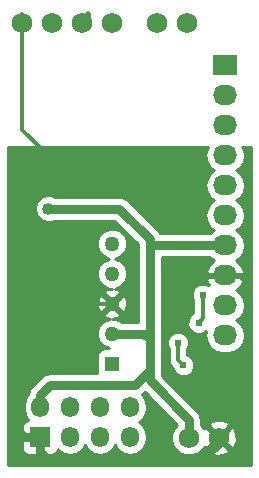
<source format=gbr>
G04 #@! TF.FileFunction,Copper,L2,Bot,Signal*
%FSLAX46Y46*%
G04 Gerber Fmt 4.6, Leading zero omitted, Abs format (unit mm)*
G04 Created by KiCad (PCBNEW 0.201411241846+5301~19~ubuntu14.04.1-product) date Tue Jun  9 07:58:50 2015*
%MOMM*%
G01*
G04 APERTURE LIST*
%ADD10C,0.100000*%
%ADD11C,1.727200*%
%ADD12R,2.032000X1.727200*%
%ADD13O,2.032000X1.727200*%
%ADD14R,1.270000X1.270000*%
%ADD15C,1.270000*%
%ADD16R,1.727200X1.727200*%
%ADD17O,1.524000X1.727200*%
%ADD18C,0.609600*%
%ADD19C,1.016000*%
%ADD20C,0.304800*%
%ADD21C,0.762000*%
%ADD22C,0.250000*%
%ADD23C,0.500000*%
%ADD24C,0.254000*%
G04 APERTURE END LIST*
D10*
D11*
X146970000Y-82100000D03*
X144430000Y-82100000D03*
X144270000Y-47000000D03*
X141730000Y-47000000D03*
D12*
X147500000Y-50570000D03*
D13*
X147500000Y-53110000D03*
X147500000Y-55650000D03*
X147500000Y-58190000D03*
X147500000Y-60730000D03*
X147500000Y-63270000D03*
X147500000Y-65810000D03*
X147500000Y-68350000D03*
X147500000Y-70890000D03*
X147500000Y-73430000D03*
D14*
X137922000Y-75819000D03*
D15*
X137922000Y-73279000D03*
X137922000Y-70739000D03*
X137922000Y-68199000D03*
X137922000Y-65659000D03*
D11*
X130340000Y-47000000D03*
X132880000Y-47000000D03*
X135420000Y-47000000D03*
X137960000Y-47000000D03*
D16*
X131826000Y-82042000D03*
D17*
X131826000Y-79502000D03*
X134366000Y-82042000D03*
X134366000Y-79502000D03*
X136906000Y-82042000D03*
X136906000Y-79502000D03*
X139446000Y-82042000D03*
X139446000Y-79502000D03*
D18*
X149250000Y-75650000D03*
D19*
X142550000Y-62800000D03*
X132550000Y-58250000D03*
X132541000Y-62700000D03*
D18*
X145600000Y-70000000D03*
X145250000Y-72350000D03*
X143500000Y-74050000D03*
X143950000Y-75950000D03*
D20*
X149250000Y-69000000D02*
X148600000Y-68350000D01*
X148600000Y-68350000D02*
X147500000Y-68350000D01*
X149250000Y-75650000D02*
X149250000Y-69000000D01*
X142550000Y-62250000D02*
X138550000Y-58250000D01*
X138550000Y-58250000D02*
X132550000Y-58250000D01*
X142550000Y-62800000D02*
X142550000Y-62250000D01*
X130340000Y-56040000D02*
X132550000Y-58250000D01*
X130340000Y-46200000D02*
X130340000Y-56040000D01*
X136939000Y-70739000D02*
X130800000Y-64600000D01*
X130800000Y-64600000D02*
X130800000Y-60000000D01*
X130800000Y-60000000D02*
X132550000Y-58250000D01*
X137922000Y-70739000D02*
X136939000Y-70739000D01*
D21*
X145650000Y-83850000D02*
X132350000Y-83850000D01*
X132350000Y-83850000D02*
X131826000Y-83326000D01*
X131826000Y-83326000D02*
X131826000Y-82042000D01*
X146970000Y-82530000D02*
X145650000Y-83850000D01*
X146970000Y-82100000D02*
X146970000Y-82530000D01*
X132200000Y-58250000D02*
X130600000Y-59850000D01*
X130600000Y-59850000D02*
X130600000Y-75850000D01*
X130600000Y-75850000D02*
X129800000Y-76650000D01*
X129800000Y-76650000D02*
X129800000Y-81400000D01*
X129800000Y-81400000D02*
X130442000Y-82042000D01*
X130442000Y-82042000D02*
X131826000Y-82042000D01*
X132550000Y-58250000D02*
X132200000Y-58250000D01*
D20*
X132541000Y-62700000D02*
X132550000Y-62700000D01*
D21*
X141100000Y-72400000D02*
X141100000Y-70750000D01*
X141100000Y-72550000D02*
X141100000Y-72400000D01*
X141100000Y-73750000D02*
X141100000Y-72550000D01*
X140629000Y-73279000D02*
X141100000Y-73750000D01*
X137922000Y-73279000D02*
X140629000Y-73279000D01*
X141100000Y-65250000D02*
X138550000Y-62700000D01*
X138550000Y-62700000D02*
X132541000Y-62700000D01*
X141100000Y-65800000D02*
X141100000Y-65250000D01*
X141100000Y-70750000D02*
X141100000Y-65800000D01*
X141100000Y-65810000D02*
X141110000Y-65800000D01*
X141110000Y-65800000D02*
X141250000Y-65800000D01*
X141250000Y-65800000D02*
X141100000Y-65800000D01*
X147500000Y-65810000D02*
X141100000Y-65810000D01*
X141100000Y-76400000D02*
X139850000Y-77650000D01*
X139850000Y-77650000D02*
X132650000Y-77650000D01*
X132650000Y-77650000D02*
X131826000Y-78474000D01*
X131826000Y-78474000D02*
X131826000Y-79502000D01*
X141100000Y-75350000D02*
X141100000Y-76400000D01*
X141100000Y-72550000D02*
X141100000Y-75350000D01*
X141100000Y-77250000D02*
X144430000Y-80580000D01*
X144430000Y-80580000D02*
X144430000Y-82100000D01*
X141100000Y-75350000D02*
X141100000Y-77250000D01*
D20*
X145250000Y-72350000D02*
X145600000Y-72000000D01*
X145600000Y-72000000D02*
X145600000Y-70000000D01*
D22*
X147447000Y-73406000D02*
X146939000Y-73406000D01*
X135890000Y-46228000D02*
X135890000Y-46736000D01*
D23*
X135890000Y-46228000D02*
X135890000Y-46355000D01*
D20*
X143950000Y-75950000D02*
X143500000Y-75500000D01*
X143500000Y-75500000D02*
X143500000Y-74050000D01*
D24*
G36*
X149715000Y-84415000D02*
X149183345Y-84415000D01*
X149183345Y-73430000D01*
X149069271Y-72856511D01*
X148744415Y-72370330D01*
X148429634Y-72160000D01*
X148744415Y-71949670D01*
X149069271Y-71463489D01*
X149183345Y-70890000D01*
X149069271Y-70316511D01*
X148744415Y-69830330D01*
X148434930Y-69623539D01*
X148850732Y-69252036D01*
X149104709Y-68724791D01*
X149107358Y-68709026D01*
X148986217Y-68477000D01*
X147627000Y-68477000D01*
X147627000Y-68497000D01*
X147373000Y-68497000D01*
X147373000Y-68477000D01*
X146013783Y-68477000D01*
X145892642Y-68709026D01*
X145895291Y-68724791D01*
X146124242Y-69200084D01*
X145787758Y-69060363D01*
X145413882Y-69060037D01*
X145068341Y-69202812D01*
X144803741Y-69466951D01*
X144660363Y-69812242D01*
X144660037Y-70186118D01*
X144802812Y-70531659D01*
X144812600Y-70541464D01*
X144812600Y-71513864D01*
X144718341Y-71552812D01*
X144453741Y-71816951D01*
X144310363Y-72162242D01*
X144310037Y-72536118D01*
X144452812Y-72881659D01*
X144716951Y-73146259D01*
X145062242Y-73289637D01*
X145436118Y-73289963D01*
X145781659Y-73147188D01*
X145895518Y-73033527D01*
X145816655Y-73430000D01*
X145930729Y-74003489D01*
X146255585Y-74489670D01*
X146741766Y-74814526D01*
X147315255Y-74928600D01*
X147684745Y-74928600D01*
X148258234Y-74814526D01*
X148744415Y-74489670D01*
X149069271Y-74003489D01*
X149183345Y-73430000D01*
X149183345Y-84415000D01*
X148480248Y-84415000D01*
X148480248Y-82331970D01*
X148454058Y-81736365D01*
X148276516Y-81307741D01*
X148023805Y-81225800D01*
X147844200Y-81405405D01*
X147844200Y-81046195D01*
X147762259Y-80793484D01*
X147201970Y-80589752D01*
X146606365Y-80615942D01*
X146177741Y-80793484D01*
X146095800Y-81046195D01*
X146970000Y-81920395D01*
X147844200Y-81046195D01*
X147844200Y-81405405D01*
X147149605Y-82100000D01*
X148023805Y-82974200D01*
X148276516Y-82892259D01*
X148480248Y-82331970D01*
X148480248Y-84415000D01*
X147844200Y-84415000D01*
X147844200Y-83153805D01*
X146970000Y-82279605D01*
X146095800Y-83153805D01*
X146177741Y-83406516D01*
X146738030Y-83610248D01*
X147333635Y-83584058D01*
X147762259Y-83406516D01*
X147844200Y-83153805D01*
X147844200Y-84415000D01*
X131699000Y-84415000D01*
X131699000Y-83381850D01*
X131699000Y-82169000D01*
X130486150Y-82169000D01*
X130327400Y-82327750D01*
X130327400Y-82779291D01*
X130327400Y-83031910D01*
X130424073Y-83265299D01*
X130602702Y-83443927D01*
X130836091Y-83540600D01*
X131540250Y-83540600D01*
X131699000Y-83381850D01*
X131699000Y-84415000D01*
X129085000Y-84415000D01*
X129085000Y-57454800D01*
X146038780Y-57454800D01*
X145930729Y-57616511D01*
X145816655Y-58190000D01*
X145930729Y-58763489D01*
X146255585Y-59249670D01*
X146570365Y-59460000D01*
X146255585Y-59670330D01*
X145930729Y-60156511D01*
X145816655Y-60730000D01*
X145930729Y-61303489D01*
X146255585Y-61789670D01*
X146570365Y-62000000D01*
X146255585Y-62210330D01*
X145930729Y-62696511D01*
X145816655Y-63270000D01*
X145930729Y-63843489D01*
X146255585Y-64329670D01*
X146570365Y-64540000D01*
X146255585Y-64750330D01*
X146226405Y-64794000D01*
X141993764Y-64794000D01*
X141818421Y-64531580D01*
X139268420Y-61981580D01*
X138938807Y-61761338D01*
X138874299Y-61748507D01*
X138550000Y-61684000D01*
X133074724Y-61684000D01*
X132769354Y-61557199D01*
X132314641Y-61556802D01*
X131894388Y-61730446D01*
X131572577Y-62051697D01*
X131398199Y-62471646D01*
X131397802Y-62926359D01*
X131571446Y-63346612D01*
X131892697Y-63668423D01*
X132312646Y-63842801D01*
X132767359Y-63843198D01*
X133075203Y-63716000D01*
X138129159Y-63716000D01*
X140084000Y-65670840D01*
X140084000Y-65800000D01*
X140084000Y-65810000D01*
X140084000Y-70750000D01*
X140084000Y-72263000D01*
X139204681Y-72263000D01*
X139204681Y-70916336D01*
X139192220Y-70705259D01*
X139192220Y-67947490D01*
X138999282Y-67480542D01*
X138642337Y-67122974D01*
X138175727Y-66929221D01*
X138173512Y-66929219D01*
X138640458Y-66736282D01*
X138998026Y-66379337D01*
X139191779Y-65912727D01*
X139192220Y-65407490D01*
X138999282Y-64940542D01*
X138642337Y-64582974D01*
X138175727Y-64389221D01*
X137670490Y-64388780D01*
X137203542Y-64581718D01*
X136845974Y-64938663D01*
X136652221Y-65405273D01*
X136651780Y-65910510D01*
X136844718Y-66377458D01*
X137201663Y-66735026D01*
X137668273Y-66928779D01*
X137670487Y-66928780D01*
X137203542Y-67121718D01*
X136845974Y-67478663D01*
X136652221Y-67945273D01*
X136651780Y-68450510D01*
X136844718Y-68917458D01*
X137201663Y-69275026D01*
X137668273Y-69468779D01*
X137885070Y-69468968D01*
X137594977Y-69486094D01*
X137267303Y-69621821D01*
X137213472Y-69850867D01*
X137922000Y-70559395D01*
X138630528Y-69850867D01*
X138576697Y-69621821D01*
X138136453Y-69469187D01*
X138173510Y-69469220D01*
X138640458Y-69276282D01*
X138998026Y-68919337D01*
X139191779Y-68452727D01*
X139192220Y-67947490D01*
X139192220Y-70705259D01*
X139174906Y-70411977D01*
X139039179Y-70084303D01*
X138810133Y-70030472D01*
X138101605Y-70739000D01*
X138810133Y-71447528D01*
X139039179Y-71393697D01*
X139204681Y-70916336D01*
X139204681Y-72263000D01*
X138702258Y-72263000D01*
X138642337Y-72202974D01*
X138175727Y-72009221D01*
X137958929Y-72009031D01*
X138249023Y-71991906D01*
X138576697Y-71856179D01*
X138630528Y-71627133D01*
X137922000Y-70918605D01*
X137742395Y-71098210D01*
X137742395Y-70739000D01*
X137033867Y-70030472D01*
X136804821Y-70084303D01*
X136639319Y-70561664D01*
X136669094Y-71066023D01*
X136804821Y-71393697D01*
X137033867Y-71447528D01*
X137742395Y-70739000D01*
X137742395Y-71098210D01*
X137213472Y-71627133D01*
X137267303Y-71856179D01*
X137707546Y-72008812D01*
X137670490Y-72008780D01*
X137203542Y-72201718D01*
X136845974Y-72558663D01*
X136652221Y-73025273D01*
X136651780Y-73530510D01*
X136844718Y-73997458D01*
X137201663Y-74355026D01*
X137638846Y-74536560D01*
X137287000Y-74536560D01*
X137044877Y-74583537D01*
X136832073Y-74723327D01*
X136689623Y-74934360D01*
X136639560Y-75184000D01*
X136639560Y-76454000D01*
X136674483Y-76634000D01*
X132650000Y-76634000D01*
X132325700Y-76698507D01*
X132261193Y-76711338D01*
X131931580Y-76931579D01*
X131107580Y-77755580D01*
X130887338Y-78085193D01*
X130874507Y-78149700D01*
X130823772Y-78404762D01*
X130823771Y-78404764D01*
X130535340Y-78836432D01*
X130429000Y-79371041D01*
X130429000Y-79632959D01*
X130535340Y-80167568D01*
X130797221Y-80559500D01*
X130602702Y-80640073D01*
X130424073Y-80818701D01*
X130327400Y-81052090D01*
X130327400Y-81304709D01*
X130327400Y-81756250D01*
X130486150Y-81915000D01*
X131699000Y-81915000D01*
X131699000Y-81895000D01*
X131953000Y-81895000D01*
X131953000Y-81915000D01*
X131973000Y-81915000D01*
X131973000Y-82169000D01*
X131953000Y-82169000D01*
X131953000Y-83381850D01*
X132111750Y-83540600D01*
X132815909Y-83540600D01*
X133049298Y-83443927D01*
X133227927Y-83265299D01*
X133312147Y-83061973D01*
X133378172Y-83160787D01*
X133831391Y-83463619D01*
X134366000Y-83569959D01*
X134900609Y-83463619D01*
X135353828Y-83160787D01*
X135636000Y-82738487D01*
X135918172Y-83160787D01*
X136371391Y-83463619D01*
X136906000Y-83569959D01*
X137440609Y-83463619D01*
X137893828Y-83160787D01*
X138176000Y-82738487D01*
X138458172Y-83160787D01*
X138911391Y-83463619D01*
X139446000Y-83569959D01*
X139980609Y-83463619D01*
X140433828Y-83160787D01*
X140736660Y-82707568D01*
X140843000Y-82172959D01*
X140843000Y-81911041D01*
X140736660Y-81376432D01*
X140433828Y-80923213D01*
X140207522Y-80772000D01*
X140433828Y-80620787D01*
X140736660Y-80167568D01*
X140843000Y-79632959D01*
X140843000Y-79371041D01*
X140736660Y-78836432D01*
X140468537Y-78435159D01*
X140568420Y-78368420D01*
X140674999Y-78261840D01*
X143411945Y-80998786D01*
X143160290Y-81250003D01*
X142931661Y-81800602D01*
X142931141Y-82396782D01*
X143158808Y-82947780D01*
X143580003Y-83369710D01*
X144130602Y-83598339D01*
X144726782Y-83598859D01*
X145277780Y-83371192D01*
X145699710Y-82949997D01*
X145716541Y-82909462D01*
X145916195Y-82974200D01*
X146790395Y-82100000D01*
X145916195Y-81225800D01*
X145716967Y-81290399D01*
X145701192Y-81252220D01*
X145446000Y-80996582D01*
X145446000Y-80580000D01*
X145381492Y-80255700D01*
X145368662Y-80191194D01*
X145368662Y-80191193D01*
X145148420Y-79861580D01*
X145148420Y-79861579D01*
X144889963Y-79603122D01*
X144889963Y-75763882D01*
X144747188Y-75418341D01*
X144483049Y-75153741D01*
X144287400Y-75072500D01*
X144287400Y-74591892D01*
X144296259Y-74583049D01*
X144439637Y-74237758D01*
X144439963Y-73863882D01*
X144297188Y-73518341D01*
X144033049Y-73253741D01*
X143687758Y-73110363D01*
X143313882Y-73110037D01*
X142968341Y-73252812D01*
X142703741Y-73516951D01*
X142560363Y-73862242D01*
X142560037Y-74236118D01*
X142702812Y-74581659D01*
X142712600Y-74591464D01*
X142712600Y-75500000D01*
X142772537Y-75801325D01*
X142943224Y-76056776D01*
X143010047Y-76123599D01*
X143010037Y-76136118D01*
X143152812Y-76481659D01*
X143416951Y-76746259D01*
X143762242Y-76889637D01*
X144136118Y-76889963D01*
X144481659Y-76747188D01*
X144746259Y-76483049D01*
X144889637Y-76137758D01*
X144889963Y-75763882D01*
X144889963Y-79603122D01*
X142116000Y-76829159D01*
X142116000Y-76400000D01*
X142116000Y-75350000D01*
X142116000Y-73750000D01*
X142116000Y-72550000D01*
X142116000Y-72400000D01*
X142116000Y-70750000D01*
X142116000Y-66826000D01*
X146226405Y-66826000D01*
X146255585Y-66869670D01*
X146565069Y-67076460D01*
X146149268Y-67447964D01*
X145895291Y-67975209D01*
X145892642Y-67990974D01*
X146013783Y-68223000D01*
X147373000Y-68223000D01*
X147373000Y-68203000D01*
X147627000Y-68203000D01*
X147627000Y-68223000D01*
X148986217Y-68223000D01*
X149107358Y-67990974D01*
X149104709Y-67975209D01*
X148850732Y-67447964D01*
X148434930Y-67076460D01*
X148744415Y-66869670D01*
X149069271Y-66383489D01*
X149183345Y-65810000D01*
X149069271Y-65236511D01*
X148744415Y-64750330D01*
X148429634Y-64540000D01*
X148744415Y-64329670D01*
X149069271Y-63843489D01*
X149183345Y-63270000D01*
X149069271Y-62696511D01*
X148744415Y-62210330D01*
X148429634Y-62000000D01*
X148744415Y-61789670D01*
X149069271Y-61303489D01*
X149183345Y-60730000D01*
X149069271Y-60156511D01*
X148744415Y-59670330D01*
X148429634Y-59460000D01*
X148744415Y-59249670D01*
X149069271Y-58763489D01*
X149183345Y-58190000D01*
X149069271Y-57616511D01*
X148961219Y-57454800D01*
X149715000Y-57454800D01*
X149715000Y-84415000D01*
X149715000Y-84415000D01*
G37*
X149715000Y-84415000D02*
X149183345Y-84415000D01*
X149183345Y-73430000D01*
X149069271Y-72856511D01*
X148744415Y-72370330D01*
X148429634Y-72160000D01*
X148744415Y-71949670D01*
X149069271Y-71463489D01*
X149183345Y-70890000D01*
X149069271Y-70316511D01*
X148744415Y-69830330D01*
X148434930Y-69623539D01*
X148850732Y-69252036D01*
X149104709Y-68724791D01*
X149107358Y-68709026D01*
X148986217Y-68477000D01*
X147627000Y-68477000D01*
X147627000Y-68497000D01*
X147373000Y-68497000D01*
X147373000Y-68477000D01*
X146013783Y-68477000D01*
X145892642Y-68709026D01*
X145895291Y-68724791D01*
X146124242Y-69200084D01*
X145787758Y-69060363D01*
X145413882Y-69060037D01*
X145068341Y-69202812D01*
X144803741Y-69466951D01*
X144660363Y-69812242D01*
X144660037Y-70186118D01*
X144802812Y-70531659D01*
X144812600Y-70541464D01*
X144812600Y-71513864D01*
X144718341Y-71552812D01*
X144453741Y-71816951D01*
X144310363Y-72162242D01*
X144310037Y-72536118D01*
X144452812Y-72881659D01*
X144716951Y-73146259D01*
X145062242Y-73289637D01*
X145436118Y-73289963D01*
X145781659Y-73147188D01*
X145895518Y-73033527D01*
X145816655Y-73430000D01*
X145930729Y-74003489D01*
X146255585Y-74489670D01*
X146741766Y-74814526D01*
X147315255Y-74928600D01*
X147684745Y-74928600D01*
X148258234Y-74814526D01*
X148744415Y-74489670D01*
X149069271Y-74003489D01*
X149183345Y-73430000D01*
X149183345Y-84415000D01*
X148480248Y-84415000D01*
X148480248Y-82331970D01*
X148454058Y-81736365D01*
X148276516Y-81307741D01*
X148023805Y-81225800D01*
X147844200Y-81405405D01*
X147844200Y-81046195D01*
X147762259Y-80793484D01*
X147201970Y-80589752D01*
X146606365Y-80615942D01*
X146177741Y-80793484D01*
X146095800Y-81046195D01*
X146970000Y-81920395D01*
X147844200Y-81046195D01*
X147844200Y-81405405D01*
X147149605Y-82100000D01*
X148023805Y-82974200D01*
X148276516Y-82892259D01*
X148480248Y-82331970D01*
X148480248Y-84415000D01*
X147844200Y-84415000D01*
X147844200Y-83153805D01*
X146970000Y-82279605D01*
X146095800Y-83153805D01*
X146177741Y-83406516D01*
X146738030Y-83610248D01*
X147333635Y-83584058D01*
X147762259Y-83406516D01*
X147844200Y-83153805D01*
X147844200Y-84415000D01*
X131699000Y-84415000D01*
X131699000Y-83381850D01*
X131699000Y-82169000D01*
X130486150Y-82169000D01*
X130327400Y-82327750D01*
X130327400Y-82779291D01*
X130327400Y-83031910D01*
X130424073Y-83265299D01*
X130602702Y-83443927D01*
X130836091Y-83540600D01*
X131540250Y-83540600D01*
X131699000Y-83381850D01*
X131699000Y-84415000D01*
X129085000Y-84415000D01*
X129085000Y-57454800D01*
X146038780Y-57454800D01*
X145930729Y-57616511D01*
X145816655Y-58190000D01*
X145930729Y-58763489D01*
X146255585Y-59249670D01*
X146570365Y-59460000D01*
X146255585Y-59670330D01*
X145930729Y-60156511D01*
X145816655Y-60730000D01*
X145930729Y-61303489D01*
X146255585Y-61789670D01*
X146570365Y-62000000D01*
X146255585Y-62210330D01*
X145930729Y-62696511D01*
X145816655Y-63270000D01*
X145930729Y-63843489D01*
X146255585Y-64329670D01*
X146570365Y-64540000D01*
X146255585Y-64750330D01*
X146226405Y-64794000D01*
X141993764Y-64794000D01*
X141818421Y-64531580D01*
X139268420Y-61981580D01*
X138938807Y-61761338D01*
X138874299Y-61748507D01*
X138550000Y-61684000D01*
X133074724Y-61684000D01*
X132769354Y-61557199D01*
X132314641Y-61556802D01*
X131894388Y-61730446D01*
X131572577Y-62051697D01*
X131398199Y-62471646D01*
X131397802Y-62926359D01*
X131571446Y-63346612D01*
X131892697Y-63668423D01*
X132312646Y-63842801D01*
X132767359Y-63843198D01*
X133075203Y-63716000D01*
X138129159Y-63716000D01*
X140084000Y-65670840D01*
X140084000Y-65800000D01*
X140084000Y-65810000D01*
X140084000Y-70750000D01*
X140084000Y-72263000D01*
X139204681Y-72263000D01*
X139204681Y-70916336D01*
X139192220Y-70705259D01*
X139192220Y-67947490D01*
X138999282Y-67480542D01*
X138642337Y-67122974D01*
X138175727Y-66929221D01*
X138173512Y-66929219D01*
X138640458Y-66736282D01*
X138998026Y-66379337D01*
X139191779Y-65912727D01*
X139192220Y-65407490D01*
X138999282Y-64940542D01*
X138642337Y-64582974D01*
X138175727Y-64389221D01*
X137670490Y-64388780D01*
X137203542Y-64581718D01*
X136845974Y-64938663D01*
X136652221Y-65405273D01*
X136651780Y-65910510D01*
X136844718Y-66377458D01*
X137201663Y-66735026D01*
X137668273Y-66928779D01*
X137670487Y-66928780D01*
X137203542Y-67121718D01*
X136845974Y-67478663D01*
X136652221Y-67945273D01*
X136651780Y-68450510D01*
X136844718Y-68917458D01*
X137201663Y-69275026D01*
X137668273Y-69468779D01*
X137885070Y-69468968D01*
X137594977Y-69486094D01*
X137267303Y-69621821D01*
X137213472Y-69850867D01*
X137922000Y-70559395D01*
X138630528Y-69850867D01*
X138576697Y-69621821D01*
X138136453Y-69469187D01*
X138173510Y-69469220D01*
X138640458Y-69276282D01*
X138998026Y-68919337D01*
X139191779Y-68452727D01*
X139192220Y-67947490D01*
X139192220Y-70705259D01*
X139174906Y-70411977D01*
X139039179Y-70084303D01*
X138810133Y-70030472D01*
X138101605Y-70739000D01*
X138810133Y-71447528D01*
X139039179Y-71393697D01*
X139204681Y-70916336D01*
X139204681Y-72263000D01*
X138702258Y-72263000D01*
X138642337Y-72202974D01*
X138175727Y-72009221D01*
X137958929Y-72009031D01*
X138249023Y-71991906D01*
X138576697Y-71856179D01*
X138630528Y-71627133D01*
X137922000Y-70918605D01*
X137742395Y-71098210D01*
X137742395Y-70739000D01*
X137033867Y-70030472D01*
X136804821Y-70084303D01*
X136639319Y-70561664D01*
X136669094Y-71066023D01*
X136804821Y-71393697D01*
X137033867Y-71447528D01*
X137742395Y-70739000D01*
X137742395Y-71098210D01*
X137213472Y-71627133D01*
X137267303Y-71856179D01*
X137707546Y-72008812D01*
X137670490Y-72008780D01*
X137203542Y-72201718D01*
X136845974Y-72558663D01*
X136652221Y-73025273D01*
X136651780Y-73530510D01*
X136844718Y-73997458D01*
X137201663Y-74355026D01*
X137638846Y-74536560D01*
X137287000Y-74536560D01*
X137044877Y-74583537D01*
X136832073Y-74723327D01*
X136689623Y-74934360D01*
X136639560Y-75184000D01*
X136639560Y-76454000D01*
X136674483Y-76634000D01*
X132650000Y-76634000D01*
X132325700Y-76698507D01*
X132261193Y-76711338D01*
X131931580Y-76931579D01*
X131107580Y-77755580D01*
X130887338Y-78085193D01*
X130874507Y-78149700D01*
X130823772Y-78404762D01*
X130823771Y-78404764D01*
X130535340Y-78836432D01*
X130429000Y-79371041D01*
X130429000Y-79632959D01*
X130535340Y-80167568D01*
X130797221Y-80559500D01*
X130602702Y-80640073D01*
X130424073Y-80818701D01*
X130327400Y-81052090D01*
X130327400Y-81304709D01*
X130327400Y-81756250D01*
X130486150Y-81915000D01*
X131699000Y-81915000D01*
X131699000Y-81895000D01*
X131953000Y-81895000D01*
X131953000Y-81915000D01*
X131973000Y-81915000D01*
X131973000Y-82169000D01*
X131953000Y-82169000D01*
X131953000Y-83381850D01*
X132111750Y-83540600D01*
X132815909Y-83540600D01*
X133049298Y-83443927D01*
X133227927Y-83265299D01*
X133312147Y-83061973D01*
X133378172Y-83160787D01*
X133831391Y-83463619D01*
X134366000Y-83569959D01*
X134900609Y-83463619D01*
X135353828Y-83160787D01*
X135636000Y-82738487D01*
X135918172Y-83160787D01*
X136371391Y-83463619D01*
X136906000Y-83569959D01*
X137440609Y-83463619D01*
X137893828Y-83160787D01*
X138176000Y-82738487D01*
X138458172Y-83160787D01*
X138911391Y-83463619D01*
X139446000Y-83569959D01*
X139980609Y-83463619D01*
X140433828Y-83160787D01*
X140736660Y-82707568D01*
X140843000Y-82172959D01*
X140843000Y-81911041D01*
X140736660Y-81376432D01*
X140433828Y-80923213D01*
X140207522Y-80772000D01*
X140433828Y-80620787D01*
X140736660Y-80167568D01*
X140843000Y-79632959D01*
X140843000Y-79371041D01*
X140736660Y-78836432D01*
X140468537Y-78435159D01*
X140568420Y-78368420D01*
X140674999Y-78261840D01*
X143411945Y-80998786D01*
X143160290Y-81250003D01*
X142931661Y-81800602D01*
X142931141Y-82396782D01*
X143158808Y-82947780D01*
X143580003Y-83369710D01*
X144130602Y-83598339D01*
X144726782Y-83598859D01*
X145277780Y-83371192D01*
X145699710Y-82949997D01*
X145716541Y-82909462D01*
X145916195Y-82974200D01*
X146790395Y-82100000D01*
X145916195Y-81225800D01*
X145716967Y-81290399D01*
X145701192Y-81252220D01*
X145446000Y-80996582D01*
X145446000Y-80580000D01*
X145381492Y-80255700D01*
X145368662Y-80191194D01*
X145368662Y-80191193D01*
X145148420Y-79861580D01*
X145148420Y-79861579D01*
X144889963Y-79603122D01*
X144889963Y-75763882D01*
X144747188Y-75418341D01*
X144483049Y-75153741D01*
X144287400Y-75072500D01*
X144287400Y-74591892D01*
X144296259Y-74583049D01*
X144439637Y-74237758D01*
X144439963Y-73863882D01*
X144297188Y-73518341D01*
X144033049Y-73253741D01*
X143687758Y-73110363D01*
X143313882Y-73110037D01*
X142968341Y-73252812D01*
X142703741Y-73516951D01*
X142560363Y-73862242D01*
X142560037Y-74236118D01*
X142702812Y-74581659D01*
X142712600Y-74591464D01*
X142712600Y-75500000D01*
X142772537Y-75801325D01*
X142943224Y-76056776D01*
X143010047Y-76123599D01*
X143010037Y-76136118D01*
X143152812Y-76481659D01*
X143416951Y-76746259D01*
X143762242Y-76889637D01*
X144136118Y-76889963D01*
X144481659Y-76747188D01*
X144746259Y-76483049D01*
X144889637Y-76137758D01*
X144889963Y-75763882D01*
X144889963Y-79603122D01*
X142116000Y-76829159D01*
X142116000Y-76400000D01*
X142116000Y-75350000D01*
X142116000Y-73750000D01*
X142116000Y-72550000D01*
X142116000Y-72400000D01*
X142116000Y-70750000D01*
X142116000Y-66826000D01*
X146226405Y-66826000D01*
X146255585Y-66869670D01*
X146565069Y-67076460D01*
X146149268Y-67447964D01*
X145895291Y-67975209D01*
X145892642Y-67990974D01*
X146013783Y-68223000D01*
X147373000Y-68223000D01*
X147373000Y-68203000D01*
X147627000Y-68203000D01*
X147627000Y-68223000D01*
X148986217Y-68223000D01*
X149107358Y-67990974D01*
X149104709Y-67975209D01*
X148850732Y-67447964D01*
X148434930Y-67076460D01*
X148744415Y-66869670D01*
X149069271Y-66383489D01*
X149183345Y-65810000D01*
X149069271Y-65236511D01*
X148744415Y-64750330D01*
X148429634Y-64540000D01*
X148744415Y-64329670D01*
X149069271Y-63843489D01*
X149183345Y-63270000D01*
X149069271Y-62696511D01*
X148744415Y-62210330D01*
X148429634Y-62000000D01*
X148744415Y-61789670D01*
X149069271Y-61303489D01*
X149183345Y-60730000D01*
X149069271Y-60156511D01*
X148744415Y-59670330D01*
X148429634Y-59460000D01*
X148744415Y-59249670D01*
X149069271Y-58763489D01*
X149183345Y-58190000D01*
X149069271Y-57616511D01*
X148961219Y-57454800D01*
X149715000Y-57454800D01*
X149715000Y-84415000D01*
M02*

</source>
